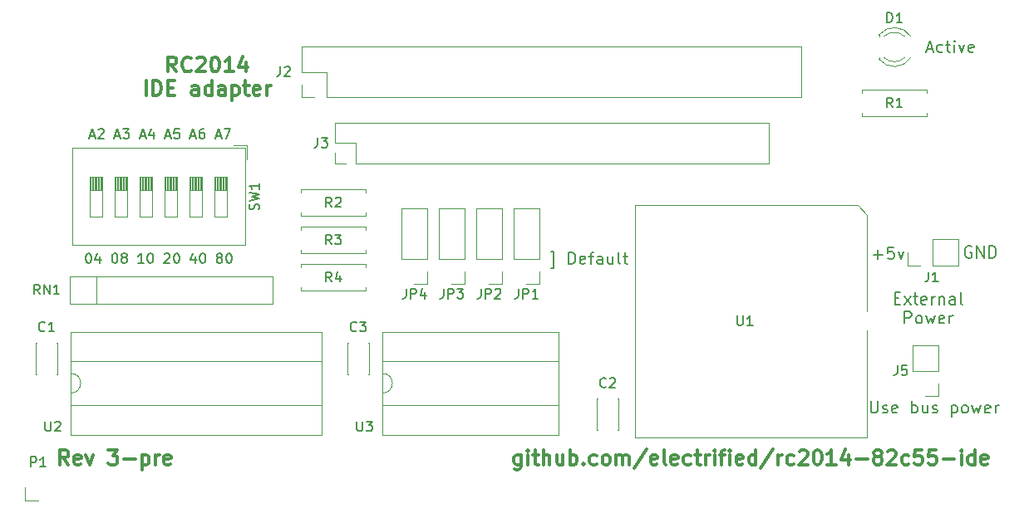
<source format=gbr>
%TF.GenerationSoftware,KiCad,Pcbnew,(6.0.6)*%
%TF.CreationDate,2022-07-25T23:07:27+01:00*%
%TF.ProjectId,rc2014-82c55-ide,72633230-3134-42d3-9832-6335352d6964,3-pre*%
%TF.SameCoordinates,Original*%
%TF.FileFunction,Legend,Top*%
%TF.FilePolarity,Positive*%
%FSLAX46Y46*%
G04 Gerber Fmt 4.6, Leading zero omitted, Abs format (unit mm)*
G04 Created by KiCad (PCBNEW (6.0.6)) date 2022-07-25 23:07:27*
%MOMM*%
%LPD*%
G01*
G04 APERTURE LIST*
%ADD10C,0.200000*%
%ADD11C,0.300000*%
%ADD12C,0.150000*%
%ADD13C,0.120000*%
G04 APERTURE END LIST*
D10*
X67104523Y-139152380D02*
X67199761Y-139152380D01*
X67295000Y-139200000D01*
X67342619Y-139247619D01*
X67390238Y-139342857D01*
X67437857Y-139533333D01*
X67437857Y-139771428D01*
X67390238Y-139961904D01*
X67342619Y-140057142D01*
X67295000Y-140104761D01*
X67199761Y-140152380D01*
X67104523Y-140152380D01*
X67009285Y-140104761D01*
X66961666Y-140057142D01*
X66914047Y-139961904D01*
X66866428Y-139771428D01*
X66866428Y-139533333D01*
X66914047Y-139342857D01*
X66961666Y-139247619D01*
X67009285Y-139200000D01*
X67104523Y-139152380D01*
X68295000Y-139485714D02*
X68295000Y-140152380D01*
X68056904Y-139104761D02*
X67818809Y-139819047D01*
X68437857Y-139819047D01*
X69771190Y-139152380D02*
X69866428Y-139152380D01*
X69961666Y-139200000D01*
X70009285Y-139247619D01*
X70056904Y-139342857D01*
X70104523Y-139533333D01*
X70104523Y-139771428D01*
X70056904Y-139961904D01*
X70009285Y-140057142D01*
X69961666Y-140104761D01*
X69866428Y-140152380D01*
X69771190Y-140152380D01*
X69675952Y-140104761D01*
X69628333Y-140057142D01*
X69580714Y-139961904D01*
X69533095Y-139771428D01*
X69533095Y-139533333D01*
X69580714Y-139342857D01*
X69628333Y-139247619D01*
X69675952Y-139200000D01*
X69771190Y-139152380D01*
X70675952Y-139580952D02*
X70580714Y-139533333D01*
X70533095Y-139485714D01*
X70485476Y-139390476D01*
X70485476Y-139342857D01*
X70533095Y-139247619D01*
X70580714Y-139200000D01*
X70675952Y-139152380D01*
X70866428Y-139152380D01*
X70961666Y-139200000D01*
X71009285Y-139247619D01*
X71056904Y-139342857D01*
X71056904Y-139390476D01*
X71009285Y-139485714D01*
X70961666Y-139533333D01*
X70866428Y-139580952D01*
X70675952Y-139580952D01*
X70580714Y-139628571D01*
X70533095Y-139676190D01*
X70485476Y-139771428D01*
X70485476Y-139961904D01*
X70533095Y-140057142D01*
X70580714Y-140104761D01*
X70675952Y-140152380D01*
X70866428Y-140152380D01*
X70961666Y-140104761D01*
X71009285Y-140057142D01*
X71056904Y-139961904D01*
X71056904Y-139771428D01*
X71009285Y-139676190D01*
X70961666Y-139628571D01*
X70866428Y-139580952D01*
X72771190Y-140152380D02*
X72199761Y-140152380D01*
X72485476Y-140152380D02*
X72485476Y-139152380D01*
X72390238Y-139295238D01*
X72295000Y-139390476D01*
X72199761Y-139438095D01*
X73390238Y-139152380D02*
X73485476Y-139152380D01*
X73580714Y-139200000D01*
X73628333Y-139247619D01*
X73675952Y-139342857D01*
X73723571Y-139533333D01*
X73723571Y-139771428D01*
X73675952Y-139961904D01*
X73628333Y-140057142D01*
X73580714Y-140104761D01*
X73485476Y-140152380D01*
X73390238Y-140152380D01*
X73295000Y-140104761D01*
X73247380Y-140057142D01*
X73199761Y-139961904D01*
X73152142Y-139771428D01*
X73152142Y-139533333D01*
X73199761Y-139342857D01*
X73247380Y-139247619D01*
X73295000Y-139200000D01*
X73390238Y-139152380D01*
X74866428Y-139247619D02*
X74914047Y-139200000D01*
X75009285Y-139152380D01*
X75247380Y-139152380D01*
X75342619Y-139200000D01*
X75390238Y-139247619D01*
X75437857Y-139342857D01*
X75437857Y-139438095D01*
X75390238Y-139580952D01*
X74818809Y-140152380D01*
X75437857Y-140152380D01*
X76056904Y-139152380D02*
X76152142Y-139152380D01*
X76247380Y-139200000D01*
X76295000Y-139247619D01*
X76342619Y-139342857D01*
X76390238Y-139533333D01*
X76390238Y-139771428D01*
X76342619Y-139961904D01*
X76295000Y-140057142D01*
X76247380Y-140104761D01*
X76152142Y-140152380D01*
X76056904Y-140152380D01*
X75961666Y-140104761D01*
X75914047Y-140057142D01*
X75866428Y-139961904D01*
X75818809Y-139771428D01*
X75818809Y-139533333D01*
X75866428Y-139342857D01*
X75914047Y-139247619D01*
X75961666Y-139200000D01*
X76056904Y-139152380D01*
X78009285Y-139485714D02*
X78009285Y-140152380D01*
X77771190Y-139104761D02*
X77533095Y-139819047D01*
X78152142Y-139819047D01*
X78723571Y-139152380D02*
X78818809Y-139152380D01*
X78914047Y-139200000D01*
X78961666Y-139247619D01*
X79009285Y-139342857D01*
X79056904Y-139533333D01*
X79056904Y-139771428D01*
X79009285Y-139961904D01*
X78961666Y-140057142D01*
X78914047Y-140104761D01*
X78818809Y-140152380D01*
X78723571Y-140152380D01*
X78628333Y-140104761D01*
X78580714Y-140057142D01*
X78533095Y-139961904D01*
X78485476Y-139771428D01*
X78485476Y-139533333D01*
X78533095Y-139342857D01*
X78580714Y-139247619D01*
X78628333Y-139200000D01*
X78723571Y-139152380D01*
X80390238Y-139580952D02*
X80295000Y-139533333D01*
X80247380Y-139485714D01*
X80199761Y-139390476D01*
X80199761Y-139342857D01*
X80247380Y-139247619D01*
X80295000Y-139200000D01*
X80390238Y-139152380D01*
X80580714Y-139152380D01*
X80675952Y-139200000D01*
X80723571Y-139247619D01*
X80771190Y-139342857D01*
X80771190Y-139390476D01*
X80723571Y-139485714D01*
X80675952Y-139533333D01*
X80580714Y-139580952D01*
X80390238Y-139580952D01*
X80295000Y-139628571D01*
X80247380Y-139676190D01*
X80199761Y-139771428D01*
X80199761Y-139961904D01*
X80247380Y-140057142D01*
X80295000Y-140104761D01*
X80390238Y-140152380D01*
X80580714Y-140152380D01*
X80675952Y-140104761D01*
X80723571Y-140057142D01*
X80771190Y-139961904D01*
X80771190Y-139771428D01*
X80723571Y-139676190D01*
X80675952Y-139628571D01*
X80580714Y-139580952D01*
X81390238Y-139152380D02*
X81485476Y-139152380D01*
X81580714Y-139200000D01*
X81628333Y-139247619D01*
X81675952Y-139342857D01*
X81723571Y-139533333D01*
X81723571Y-139771428D01*
X81675952Y-139961904D01*
X81628333Y-140057142D01*
X81580714Y-140104761D01*
X81485476Y-140152380D01*
X81390238Y-140152380D01*
X81295000Y-140104761D01*
X81247380Y-140057142D01*
X81199761Y-139961904D01*
X81152142Y-139771428D01*
X81152142Y-139533333D01*
X81199761Y-139342857D01*
X81247380Y-139247619D01*
X81295000Y-139200000D01*
X81390238Y-139152380D01*
X147104285Y-139277714D02*
X148018571Y-139277714D01*
X147561428Y-139734857D02*
X147561428Y-138820571D01*
X149161428Y-138534857D02*
X148590000Y-138534857D01*
X148532857Y-139106285D01*
X148590000Y-139049142D01*
X148704285Y-138992000D01*
X148990000Y-138992000D01*
X149104285Y-139049142D01*
X149161428Y-139106285D01*
X149218571Y-139220571D01*
X149218571Y-139506285D01*
X149161428Y-139620571D01*
X149104285Y-139677714D01*
X148990000Y-139734857D01*
X148704285Y-139734857D01*
X148590000Y-139677714D01*
X148532857Y-139620571D01*
X149618571Y-138934857D02*
X149904285Y-139734857D01*
X150190000Y-138934857D01*
X157073714Y-138465000D02*
X156959428Y-138407857D01*
X156788000Y-138407857D01*
X156616571Y-138465000D01*
X156502285Y-138579285D01*
X156445142Y-138693571D01*
X156388000Y-138922142D01*
X156388000Y-139093571D01*
X156445142Y-139322142D01*
X156502285Y-139436428D01*
X156616571Y-139550714D01*
X156788000Y-139607857D01*
X156902285Y-139607857D01*
X157073714Y-139550714D01*
X157130857Y-139493571D01*
X157130857Y-139093571D01*
X156902285Y-139093571D01*
X157645142Y-139607857D02*
X157645142Y-138407857D01*
X158330857Y-139607857D01*
X158330857Y-138407857D01*
X158902285Y-139607857D02*
X158902285Y-138407857D01*
X159188000Y-138407857D01*
X159359428Y-138465000D01*
X159473714Y-138579285D01*
X159530857Y-138693571D01*
X159588000Y-138922142D01*
X159588000Y-139093571D01*
X159530857Y-139322142D01*
X159473714Y-139436428D01*
X159359428Y-139550714D01*
X159188000Y-139607857D01*
X158902285Y-139607857D01*
X146835028Y-154232057D02*
X146835028Y-155203485D01*
X146892171Y-155317771D01*
X146949314Y-155374914D01*
X147063600Y-155432057D01*
X147292171Y-155432057D01*
X147406457Y-155374914D01*
X147463600Y-155317771D01*
X147520742Y-155203485D01*
X147520742Y-154232057D01*
X148035028Y-155374914D02*
X148149314Y-155432057D01*
X148377885Y-155432057D01*
X148492171Y-155374914D01*
X148549314Y-155260628D01*
X148549314Y-155203485D01*
X148492171Y-155089200D01*
X148377885Y-155032057D01*
X148206457Y-155032057D01*
X148092171Y-154974914D01*
X148035028Y-154860628D01*
X148035028Y-154803485D01*
X148092171Y-154689200D01*
X148206457Y-154632057D01*
X148377885Y-154632057D01*
X148492171Y-154689200D01*
X149520742Y-155374914D02*
X149406457Y-155432057D01*
X149177885Y-155432057D01*
X149063600Y-155374914D01*
X149006457Y-155260628D01*
X149006457Y-154803485D01*
X149063600Y-154689200D01*
X149177885Y-154632057D01*
X149406457Y-154632057D01*
X149520742Y-154689200D01*
X149577885Y-154803485D01*
X149577885Y-154917771D01*
X149006457Y-155032057D01*
X151006457Y-155432057D02*
X151006457Y-154232057D01*
X151006457Y-154689200D02*
X151120742Y-154632057D01*
X151349314Y-154632057D01*
X151463600Y-154689200D01*
X151520742Y-154746342D01*
X151577885Y-154860628D01*
X151577885Y-155203485D01*
X151520742Y-155317771D01*
X151463600Y-155374914D01*
X151349314Y-155432057D01*
X151120742Y-155432057D01*
X151006457Y-155374914D01*
X152606457Y-154632057D02*
X152606457Y-155432057D01*
X152092171Y-154632057D02*
X152092171Y-155260628D01*
X152149314Y-155374914D01*
X152263600Y-155432057D01*
X152435028Y-155432057D01*
X152549314Y-155374914D01*
X152606457Y-155317771D01*
X153120742Y-155374914D02*
X153235028Y-155432057D01*
X153463600Y-155432057D01*
X153577885Y-155374914D01*
X153635028Y-155260628D01*
X153635028Y-155203485D01*
X153577885Y-155089200D01*
X153463600Y-155032057D01*
X153292171Y-155032057D01*
X153177885Y-154974914D01*
X153120742Y-154860628D01*
X153120742Y-154803485D01*
X153177885Y-154689200D01*
X153292171Y-154632057D01*
X153463600Y-154632057D01*
X153577885Y-154689200D01*
X155063600Y-154632057D02*
X155063600Y-155832057D01*
X155063600Y-154689200D02*
X155177885Y-154632057D01*
X155406457Y-154632057D01*
X155520742Y-154689200D01*
X155577885Y-154746342D01*
X155635028Y-154860628D01*
X155635028Y-155203485D01*
X155577885Y-155317771D01*
X155520742Y-155374914D01*
X155406457Y-155432057D01*
X155177885Y-155432057D01*
X155063600Y-155374914D01*
X156320742Y-155432057D02*
X156206457Y-155374914D01*
X156149314Y-155317771D01*
X156092171Y-155203485D01*
X156092171Y-154860628D01*
X156149314Y-154746342D01*
X156206457Y-154689200D01*
X156320742Y-154632057D01*
X156492171Y-154632057D01*
X156606457Y-154689200D01*
X156663600Y-154746342D01*
X156720742Y-154860628D01*
X156720742Y-155203485D01*
X156663600Y-155317771D01*
X156606457Y-155374914D01*
X156492171Y-155432057D01*
X156320742Y-155432057D01*
X157120742Y-154632057D02*
X157349314Y-155432057D01*
X157577885Y-154860628D01*
X157806457Y-155432057D01*
X158035028Y-154632057D01*
X158949314Y-155374914D02*
X158835028Y-155432057D01*
X158606457Y-155432057D01*
X158492171Y-155374914D01*
X158435028Y-155260628D01*
X158435028Y-154803485D01*
X158492171Y-154689200D01*
X158606457Y-154632057D01*
X158835028Y-154632057D01*
X158949314Y-154689200D01*
X159006457Y-154803485D01*
X159006457Y-154917771D01*
X158435028Y-155032057D01*
X159520742Y-155432057D02*
X159520742Y-154632057D01*
X159520742Y-154860628D02*
X159577885Y-154746342D01*
X159635028Y-154689200D01*
X159749314Y-154632057D01*
X159863600Y-154632057D01*
D11*
X65100000Y-160698571D02*
X64600000Y-159984285D01*
X64242857Y-160698571D02*
X64242857Y-159198571D01*
X64814285Y-159198571D01*
X64957142Y-159270000D01*
X65028571Y-159341428D01*
X65100000Y-159484285D01*
X65100000Y-159698571D01*
X65028571Y-159841428D01*
X64957142Y-159912857D01*
X64814285Y-159984285D01*
X64242857Y-159984285D01*
X66314285Y-160627142D02*
X66171428Y-160698571D01*
X65885714Y-160698571D01*
X65742857Y-160627142D01*
X65671428Y-160484285D01*
X65671428Y-159912857D01*
X65742857Y-159770000D01*
X65885714Y-159698571D01*
X66171428Y-159698571D01*
X66314285Y-159770000D01*
X66385714Y-159912857D01*
X66385714Y-160055714D01*
X65671428Y-160198571D01*
X66885714Y-159698571D02*
X67242857Y-160698571D01*
X67600000Y-159698571D01*
X69171428Y-159198571D02*
X70100000Y-159198571D01*
X69600000Y-159770000D01*
X69814285Y-159770000D01*
X69957142Y-159841428D01*
X70028571Y-159912857D01*
X70100000Y-160055714D01*
X70100000Y-160412857D01*
X70028571Y-160555714D01*
X69957142Y-160627142D01*
X69814285Y-160698571D01*
X69385714Y-160698571D01*
X69242857Y-160627142D01*
X69171428Y-160555714D01*
X70742857Y-160127142D02*
X71885714Y-160127142D01*
X72600000Y-159698571D02*
X72600000Y-161198571D01*
X72600000Y-159770000D02*
X72742857Y-159698571D01*
X73028571Y-159698571D01*
X73171428Y-159770000D01*
X73242857Y-159841428D01*
X73314285Y-159984285D01*
X73314285Y-160412857D01*
X73242857Y-160555714D01*
X73171428Y-160627142D01*
X73028571Y-160698571D01*
X72742857Y-160698571D01*
X72600000Y-160627142D01*
X73957142Y-160698571D02*
X73957142Y-159698571D01*
X73957142Y-159984285D02*
X74028571Y-159841428D01*
X74100000Y-159770000D01*
X74242857Y-159698571D01*
X74385714Y-159698571D01*
X75457142Y-160627142D02*
X75314285Y-160698571D01*
X75028571Y-160698571D01*
X74885714Y-160627142D01*
X74814285Y-160484285D01*
X74814285Y-159912857D01*
X74885714Y-159770000D01*
X75028571Y-159698571D01*
X75314285Y-159698571D01*
X75457142Y-159770000D01*
X75528571Y-159912857D01*
X75528571Y-160055714D01*
X74814285Y-160198571D01*
D10*
X114224285Y-140642857D02*
X114510000Y-140642857D01*
X114510000Y-138928571D01*
X114224285Y-138928571D01*
X116052857Y-140242857D02*
X116052857Y-139042857D01*
X116338571Y-139042857D01*
X116510000Y-139100000D01*
X116624285Y-139214285D01*
X116681428Y-139328571D01*
X116738571Y-139557142D01*
X116738571Y-139728571D01*
X116681428Y-139957142D01*
X116624285Y-140071428D01*
X116510000Y-140185714D01*
X116338571Y-140242857D01*
X116052857Y-140242857D01*
X117710000Y-140185714D02*
X117595714Y-140242857D01*
X117367142Y-140242857D01*
X117252857Y-140185714D01*
X117195714Y-140071428D01*
X117195714Y-139614285D01*
X117252857Y-139500000D01*
X117367142Y-139442857D01*
X117595714Y-139442857D01*
X117710000Y-139500000D01*
X117767142Y-139614285D01*
X117767142Y-139728571D01*
X117195714Y-139842857D01*
X118110000Y-139442857D02*
X118567142Y-139442857D01*
X118281428Y-140242857D02*
X118281428Y-139214285D01*
X118338571Y-139100000D01*
X118452857Y-139042857D01*
X118567142Y-139042857D01*
X119481428Y-140242857D02*
X119481428Y-139614285D01*
X119424285Y-139500000D01*
X119310000Y-139442857D01*
X119081428Y-139442857D01*
X118967142Y-139500000D01*
X119481428Y-140185714D02*
X119367142Y-140242857D01*
X119081428Y-140242857D01*
X118967142Y-140185714D01*
X118910000Y-140071428D01*
X118910000Y-139957142D01*
X118967142Y-139842857D01*
X119081428Y-139785714D01*
X119367142Y-139785714D01*
X119481428Y-139728571D01*
X120567142Y-139442857D02*
X120567142Y-140242857D01*
X120052857Y-139442857D02*
X120052857Y-140071428D01*
X120110000Y-140185714D01*
X120224285Y-140242857D01*
X120395714Y-140242857D01*
X120510000Y-140185714D01*
X120567142Y-140128571D01*
X121310000Y-140242857D02*
X121195714Y-140185714D01*
X121138571Y-140071428D01*
X121138571Y-139042857D01*
X121595714Y-139442857D02*
X122052857Y-139442857D01*
X121767142Y-139042857D02*
X121767142Y-140071428D01*
X121824285Y-140185714D01*
X121938571Y-140242857D01*
X122052857Y-140242857D01*
D11*
X111191428Y-159698571D02*
X111191428Y-160912857D01*
X111120000Y-161055714D01*
X111048571Y-161127142D01*
X110905714Y-161198571D01*
X110691428Y-161198571D01*
X110548571Y-161127142D01*
X111191428Y-160627142D02*
X111048571Y-160698571D01*
X110762857Y-160698571D01*
X110620000Y-160627142D01*
X110548571Y-160555714D01*
X110477142Y-160412857D01*
X110477142Y-159984285D01*
X110548571Y-159841428D01*
X110620000Y-159770000D01*
X110762857Y-159698571D01*
X111048571Y-159698571D01*
X111191428Y-159770000D01*
X111905714Y-160698571D02*
X111905714Y-159698571D01*
X111905714Y-159198571D02*
X111834285Y-159270000D01*
X111905714Y-159341428D01*
X111977142Y-159270000D01*
X111905714Y-159198571D01*
X111905714Y-159341428D01*
X112405714Y-159698571D02*
X112977142Y-159698571D01*
X112620000Y-159198571D02*
X112620000Y-160484285D01*
X112691428Y-160627142D01*
X112834285Y-160698571D01*
X112977142Y-160698571D01*
X113477142Y-160698571D02*
X113477142Y-159198571D01*
X114120000Y-160698571D02*
X114120000Y-159912857D01*
X114048571Y-159770000D01*
X113905714Y-159698571D01*
X113691428Y-159698571D01*
X113548571Y-159770000D01*
X113477142Y-159841428D01*
X115477142Y-159698571D02*
X115477142Y-160698571D01*
X114834285Y-159698571D02*
X114834285Y-160484285D01*
X114905714Y-160627142D01*
X115048571Y-160698571D01*
X115262857Y-160698571D01*
X115405714Y-160627142D01*
X115477142Y-160555714D01*
X116191428Y-160698571D02*
X116191428Y-159198571D01*
X116191428Y-159770000D02*
X116334285Y-159698571D01*
X116620000Y-159698571D01*
X116762857Y-159770000D01*
X116834285Y-159841428D01*
X116905714Y-159984285D01*
X116905714Y-160412857D01*
X116834285Y-160555714D01*
X116762857Y-160627142D01*
X116620000Y-160698571D01*
X116334285Y-160698571D01*
X116191428Y-160627142D01*
X117548571Y-160555714D02*
X117620000Y-160627142D01*
X117548571Y-160698571D01*
X117477142Y-160627142D01*
X117548571Y-160555714D01*
X117548571Y-160698571D01*
X118905714Y-160627142D02*
X118762857Y-160698571D01*
X118477142Y-160698571D01*
X118334285Y-160627142D01*
X118262857Y-160555714D01*
X118191428Y-160412857D01*
X118191428Y-159984285D01*
X118262857Y-159841428D01*
X118334285Y-159770000D01*
X118477142Y-159698571D01*
X118762857Y-159698571D01*
X118905714Y-159770000D01*
X119762857Y-160698571D02*
X119620000Y-160627142D01*
X119548571Y-160555714D01*
X119477142Y-160412857D01*
X119477142Y-159984285D01*
X119548571Y-159841428D01*
X119620000Y-159770000D01*
X119762857Y-159698571D01*
X119977142Y-159698571D01*
X120120000Y-159770000D01*
X120191428Y-159841428D01*
X120262857Y-159984285D01*
X120262857Y-160412857D01*
X120191428Y-160555714D01*
X120120000Y-160627142D01*
X119977142Y-160698571D01*
X119762857Y-160698571D01*
X120905714Y-160698571D02*
X120905714Y-159698571D01*
X120905714Y-159841428D02*
X120977142Y-159770000D01*
X121120000Y-159698571D01*
X121334285Y-159698571D01*
X121477142Y-159770000D01*
X121548571Y-159912857D01*
X121548571Y-160698571D01*
X121548571Y-159912857D02*
X121620000Y-159770000D01*
X121762857Y-159698571D01*
X121977142Y-159698571D01*
X122120000Y-159770000D01*
X122191428Y-159912857D01*
X122191428Y-160698571D01*
X123977142Y-159127142D02*
X122691428Y-161055714D01*
X125048571Y-160627142D02*
X124905714Y-160698571D01*
X124620000Y-160698571D01*
X124477142Y-160627142D01*
X124405714Y-160484285D01*
X124405714Y-159912857D01*
X124477142Y-159770000D01*
X124620000Y-159698571D01*
X124905714Y-159698571D01*
X125048571Y-159770000D01*
X125120000Y-159912857D01*
X125120000Y-160055714D01*
X124405714Y-160198571D01*
X125977142Y-160698571D02*
X125834285Y-160627142D01*
X125762857Y-160484285D01*
X125762857Y-159198571D01*
X127120000Y-160627142D02*
X126977142Y-160698571D01*
X126691428Y-160698571D01*
X126548571Y-160627142D01*
X126477142Y-160484285D01*
X126477142Y-159912857D01*
X126548571Y-159770000D01*
X126691428Y-159698571D01*
X126977142Y-159698571D01*
X127120000Y-159770000D01*
X127191428Y-159912857D01*
X127191428Y-160055714D01*
X126477142Y-160198571D01*
X128477142Y-160627142D02*
X128334285Y-160698571D01*
X128048571Y-160698571D01*
X127905714Y-160627142D01*
X127834285Y-160555714D01*
X127762857Y-160412857D01*
X127762857Y-159984285D01*
X127834285Y-159841428D01*
X127905714Y-159770000D01*
X128048571Y-159698571D01*
X128334285Y-159698571D01*
X128477142Y-159770000D01*
X128905714Y-159698571D02*
X129477142Y-159698571D01*
X129120000Y-159198571D02*
X129120000Y-160484285D01*
X129191428Y-160627142D01*
X129334285Y-160698571D01*
X129477142Y-160698571D01*
X129977142Y-160698571D02*
X129977142Y-159698571D01*
X129977142Y-159984285D02*
X130048571Y-159841428D01*
X130120000Y-159770000D01*
X130262857Y-159698571D01*
X130405714Y-159698571D01*
X130905714Y-160698571D02*
X130905714Y-159698571D01*
X130905714Y-159198571D02*
X130834285Y-159270000D01*
X130905714Y-159341428D01*
X130977142Y-159270000D01*
X130905714Y-159198571D01*
X130905714Y-159341428D01*
X131405714Y-159698571D02*
X131977142Y-159698571D01*
X131620000Y-160698571D02*
X131620000Y-159412857D01*
X131691428Y-159270000D01*
X131834285Y-159198571D01*
X131977142Y-159198571D01*
X132477142Y-160698571D02*
X132477142Y-159698571D01*
X132477142Y-159198571D02*
X132405714Y-159270000D01*
X132477142Y-159341428D01*
X132548571Y-159270000D01*
X132477142Y-159198571D01*
X132477142Y-159341428D01*
X133762857Y-160627142D02*
X133620000Y-160698571D01*
X133334285Y-160698571D01*
X133191428Y-160627142D01*
X133120000Y-160484285D01*
X133120000Y-159912857D01*
X133191428Y-159770000D01*
X133334285Y-159698571D01*
X133620000Y-159698571D01*
X133762857Y-159770000D01*
X133834285Y-159912857D01*
X133834285Y-160055714D01*
X133120000Y-160198571D01*
X135120000Y-160698571D02*
X135120000Y-159198571D01*
X135120000Y-160627142D02*
X134977142Y-160698571D01*
X134691428Y-160698571D01*
X134548571Y-160627142D01*
X134477142Y-160555714D01*
X134405714Y-160412857D01*
X134405714Y-159984285D01*
X134477142Y-159841428D01*
X134548571Y-159770000D01*
X134691428Y-159698571D01*
X134977142Y-159698571D01*
X135120000Y-159770000D01*
X136905714Y-159127142D02*
X135620000Y-161055714D01*
X137405714Y-160698571D02*
X137405714Y-159698571D01*
X137405714Y-159984285D02*
X137477142Y-159841428D01*
X137548571Y-159770000D01*
X137691428Y-159698571D01*
X137834285Y-159698571D01*
X138977142Y-160627142D02*
X138834285Y-160698571D01*
X138548571Y-160698571D01*
X138405714Y-160627142D01*
X138334285Y-160555714D01*
X138262857Y-160412857D01*
X138262857Y-159984285D01*
X138334285Y-159841428D01*
X138405714Y-159770000D01*
X138548571Y-159698571D01*
X138834285Y-159698571D01*
X138977142Y-159770000D01*
X139548571Y-159341428D02*
X139620000Y-159270000D01*
X139762857Y-159198571D01*
X140120000Y-159198571D01*
X140262857Y-159270000D01*
X140334285Y-159341428D01*
X140405714Y-159484285D01*
X140405714Y-159627142D01*
X140334285Y-159841428D01*
X139477142Y-160698571D01*
X140405714Y-160698571D01*
X141334285Y-159198571D02*
X141477142Y-159198571D01*
X141620000Y-159270000D01*
X141691428Y-159341428D01*
X141762857Y-159484285D01*
X141834285Y-159770000D01*
X141834285Y-160127142D01*
X141762857Y-160412857D01*
X141691428Y-160555714D01*
X141620000Y-160627142D01*
X141477142Y-160698571D01*
X141334285Y-160698571D01*
X141191428Y-160627142D01*
X141120000Y-160555714D01*
X141048571Y-160412857D01*
X140977142Y-160127142D01*
X140977142Y-159770000D01*
X141048571Y-159484285D01*
X141120000Y-159341428D01*
X141191428Y-159270000D01*
X141334285Y-159198571D01*
X143262857Y-160698571D02*
X142405714Y-160698571D01*
X142834285Y-160698571D02*
X142834285Y-159198571D01*
X142691428Y-159412857D01*
X142548571Y-159555714D01*
X142405714Y-159627142D01*
X144548571Y-159698571D02*
X144548571Y-160698571D01*
X144191428Y-159127142D02*
X143834285Y-160198571D01*
X144762857Y-160198571D01*
X145334285Y-160127142D02*
X146477142Y-160127142D01*
X147405714Y-159841428D02*
X147262857Y-159770000D01*
X147191428Y-159698571D01*
X147120000Y-159555714D01*
X147120000Y-159484285D01*
X147191428Y-159341428D01*
X147262857Y-159270000D01*
X147405714Y-159198571D01*
X147691428Y-159198571D01*
X147834285Y-159270000D01*
X147905714Y-159341428D01*
X147977142Y-159484285D01*
X147977142Y-159555714D01*
X147905714Y-159698571D01*
X147834285Y-159770000D01*
X147691428Y-159841428D01*
X147405714Y-159841428D01*
X147262857Y-159912857D01*
X147191428Y-159984285D01*
X147120000Y-160127142D01*
X147120000Y-160412857D01*
X147191428Y-160555714D01*
X147262857Y-160627142D01*
X147405714Y-160698571D01*
X147691428Y-160698571D01*
X147834285Y-160627142D01*
X147905714Y-160555714D01*
X147977142Y-160412857D01*
X147977142Y-160127142D01*
X147905714Y-159984285D01*
X147834285Y-159912857D01*
X147691428Y-159841428D01*
X148548571Y-159341428D02*
X148620000Y-159270000D01*
X148762857Y-159198571D01*
X149120000Y-159198571D01*
X149262857Y-159270000D01*
X149334285Y-159341428D01*
X149405714Y-159484285D01*
X149405714Y-159627142D01*
X149334285Y-159841428D01*
X148477142Y-160698571D01*
X149405714Y-160698571D01*
X150691428Y-160627142D02*
X150548571Y-160698571D01*
X150262857Y-160698571D01*
X150120000Y-160627142D01*
X150048571Y-160555714D01*
X149977142Y-160412857D01*
X149977142Y-159984285D01*
X150048571Y-159841428D01*
X150120000Y-159770000D01*
X150262857Y-159698571D01*
X150548571Y-159698571D01*
X150691428Y-159770000D01*
X152048571Y-159198571D02*
X151334285Y-159198571D01*
X151262857Y-159912857D01*
X151334285Y-159841428D01*
X151477142Y-159770000D01*
X151834285Y-159770000D01*
X151977142Y-159841428D01*
X152048571Y-159912857D01*
X152120000Y-160055714D01*
X152120000Y-160412857D01*
X152048571Y-160555714D01*
X151977142Y-160627142D01*
X151834285Y-160698571D01*
X151477142Y-160698571D01*
X151334285Y-160627142D01*
X151262857Y-160555714D01*
X153477142Y-159198571D02*
X152762857Y-159198571D01*
X152691428Y-159912857D01*
X152762857Y-159841428D01*
X152905714Y-159770000D01*
X153262857Y-159770000D01*
X153405714Y-159841428D01*
X153477142Y-159912857D01*
X153548571Y-160055714D01*
X153548571Y-160412857D01*
X153477142Y-160555714D01*
X153405714Y-160627142D01*
X153262857Y-160698571D01*
X152905714Y-160698571D01*
X152762857Y-160627142D01*
X152691428Y-160555714D01*
X154191428Y-160127142D02*
X155334285Y-160127142D01*
X156048571Y-160698571D02*
X156048571Y-159698571D01*
X156048571Y-159198571D02*
X155977142Y-159270000D01*
X156048571Y-159341428D01*
X156120000Y-159270000D01*
X156048571Y-159198571D01*
X156048571Y-159341428D01*
X157405714Y-160698571D02*
X157405714Y-159198571D01*
X157405714Y-160627142D02*
X157262857Y-160698571D01*
X156977142Y-160698571D01*
X156834285Y-160627142D01*
X156762857Y-160555714D01*
X156691428Y-160412857D01*
X156691428Y-159984285D01*
X156762857Y-159841428D01*
X156834285Y-159770000D01*
X156977142Y-159698571D01*
X157262857Y-159698571D01*
X157405714Y-159770000D01*
X158691428Y-160627142D02*
X158548571Y-160698571D01*
X158262857Y-160698571D01*
X158120000Y-160627142D01*
X158048571Y-160484285D01*
X158048571Y-159912857D01*
X158120000Y-159770000D01*
X158262857Y-159698571D01*
X158548571Y-159698571D01*
X158691428Y-159770000D01*
X158762857Y-159912857D01*
X158762857Y-160055714D01*
X158048571Y-160198571D01*
D10*
X67279142Y-127166666D02*
X67755333Y-127166666D01*
X67183904Y-127452380D02*
X67517238Y-126452380D01*
X67850571Y-127452380D01*
X68136285Y-126547619D02*
X68183904Y-126500000D01*
X68279142Y-126452380D01*
X68517238Y-126452380D01*
X68612476Y-126500000D01*
X68660095Y-126547619D01*
X68707714Y-126642857D01*
X68707714Y-126738095D01*
X68660095Y-126880952D01*
X68088666Y-127452380D01*
X68707714Y-127452380D01*
X69850571Y-127166666D02*
X70326761Y-127166666D01*
X69755333Y-127452380D02*
X70088666Y-126452380D01*
X70422000Y-127452380D01*
X70660095Y-126452380D02*
X71279142Y-126452380D01*
X70945809Y-126833333D01*
X71088666Y-126833333D01*
X71183904Y-126880952D01*
X71231523Y-126928571D01*
X71279142Y-127023809D01*
X71279142Y-127261904D01*
X71231523Y-127357142D01*
X71183904Y-127404761D01*
X71088666Y-127452380D01*
X70802952Y-127452380D01*
X70707714Y-127404761D01*
X70660095Y-127357142D01*
X72422000Y-127166666D02*
X72898190Y-127166666D01*
X72326761Y-127452380D02*
X72660095Y-126452380D01*
X72993428Y-127452380D01*
X73755333Y-126785714D02*
X73755333Y-127452380D01*
X73517238Y-126404761D02*
X73279142Y-127119047D01*
X73898190Y-127119047D01*
X74993428Y-127166666D02*
X75469619Y-127166666D01*
X74898190Y-127452380D02*
X75231523Y-126452380D01*
X75564857Y-127452380D01*
X76374380Y-126452380D02*
X75898190Y-126452380D01*
X75850571Y-126928571D01*
X75898190Y-126880952D01*
X75993428Y-126833333D01*
X76231523Y-126833333D01*
X76326761Y-126880952D01*
X76374380Y-126928571D01*
X76422000Y-127023809D01*
X76422000Y-127261904D01*
X76374380Y-127357142D01*
X76326761Y-127404761D01*
X76231523Y-127452380D01*
X75993428Y-127452380D01*
X75898190Y-127404761D01*
X75850571Y-127357142D01*
X77564857Y-127166666D02*
X78041047Y-127166666D01*
X77469619Y-127452380D02*
X77802952Y-126452380D01*
X78136285Y-127452380D01*
X78898190Y-126452380D02*
X78707714Y-126452380D01*
X78612476Y-126500000D01*
X78564857Y-126547619D01*
X78469619Y-126690476D01*
X78422000Y-126880952D01*
X78422000Y-127261904D01*
X78469619Y-127357142D01*
X78517238Y-127404761D01*
X78612476Y-127452380D01*
X78802952Y-127452380D01*
X78898190Y-127404761D01*
X78945809Y-127357142D01*
X78993428Y-127261904D01*
X78993428Y-127023809D01*
X78945809Y-126928571D01*
X78898190Y-126880952D01*
X78802952Y-126833333D01*
X78612476Y-126833333D01*
X78517238Y-126880952D01*
X78469619Y-126928571D01*
X78422000Y-127023809D01*
X80136285Y-127166666D02*
X80612476Y-127166666D01*
X80041047Y-127452380D02*
X80374380Y-126452380D01*
X80707714Y-127452380D01*
X80945809Y-126452380D02*
X81612476Y-126452380D01*
X81183904Y-127452380D01*
X149282571Y-143728285D02*
X149682571Y-143728285D01*
X149854000Y-144356857D02*
X149282571Y-144356857D01*
X149282571Y-143156857D01*
X149854000Y-143156857D01*
X150254000Y-144356857D02*
X150882571Y-143556857D01*
X150254000Y-143556857D02*
X150882571Y-144356857D01*
X151168285Y-143556857D02*
X151625428Y-143556857D01*
X151339714Y-143156857D02*
X151339714Y-144185428D01*
X151396857Y-144299714D01*
X151511142Y-144356857D01*
X151625428Y-144356857D01*
X152482571Y-144299714D02*
X152368285Y-144356857D01*
X152139714Y-144356857D01*
X152025428Y-144299714D01*
X151968285Y-144185428D01*
X151968285Y-143728285D01*
X152025428Y-143614000D01*
X152139714Y-143556857D01*
X152368285Y-143556857D01*
X152482571Y-143614000D01*
X152539714Y-143728285D01*
X152539714Y-143842571D01*
X151968285Y-143956857D01*
X153054000Y-144356857D02*
X153054000Y-143556857D01*
X153054000Y-143785428D02*
X153111142Y-143671142D01*
X153168285Y-143614000D01*
X153282571Y-143556857D01*
X153396857Y-143556857D01*
X153796857Y-143556857D02*
X153796857Y-144356857D01*
X153796857Y-143671142D02*
X153854000Y-143614000D01*
X153968285Y-143556857D01*
X154139714Y-143556857D01*
X154254000Y-143614000D01*
X154311142Y-143728285D01*
X154311142Y-144356857D01*
X155396857Y-144356857D02*
X155396857Y-143728285D01*
X155339714Y-143614000D01*
X155225428Y-143556857D01*
X154996857Y-143556857D01*
X154882571Y-143614000D01*
X155396857Y-144299714D02*
X155282571Y-144356857D01*
X154996857Y-144356857D01*
X154882571Y-144299714D01*
X154825428Y-144185428D01*
X154825428Y-144071142D01*
X154882571Y-143956857D01*
X154996857Y-143899714D01*
X155282571Y-143899714D01*
X155396857Y-143842571D01*
X156139714Y-144356857D02*
X156025428Y-144299714D01*
X155968285Y-144185428D01*
X155968285Y-143156857D01*
X150282571Y-146288857D02*
X150282571Y-145088857D01*
X150739714Y-145088857D01*
X150854000Y-145146000D01*
X150911142Y-145203142D01*
X150968285Y-145317428D01*
X150968285Y-145488857D01*
X150911142Y-145603142D01*
X150854000Y-145660285D01*
X150739714Y-145717428D01*
X150282571Y-145717428D01*
X151654000Y-146288857D02*
X151539714Y-146231714D01*
X151482571Y-146174571D01*
X151425428Y-146060285D01*
X151425428Y-145717428D01*
X151482571Y-145603142D01*
X151539714Y-145546000D01*
X151654000Y-145488857D01*
X151825428Y-145488857D01*
X151939714Y-145546000D01*
X151996857Y-145603142D01*
X152054000Y-145717428D01*
X152054000Y-146060285D01*
X151996857Y-146174571D01*
X151939714Y-146231714D01*
X151825428Y-146288857D01*
X151654000Y-146288857D01*
X152454000Y-145488857D02*
X152682571Y-146288857D01*
X152911142Y-145717428D01*
X153139714Y-146288857D01*
X153368285Y-145488857D01*
X154282571Y-146231714D02*
X154168285Y-146288857D01*
X153939714Y-146288857D01*
X153825428Y-146231714D01*
X153768285Y-146117428D01*
X153768285Y-145660285D01*
X153825428Y-145546000D01*
X153939714Y-145488857D01*
X154168285Y-145488857D01*
X154282571Y-145546000D01*
X154339714Y-145660285D01*
X154339714Y-145774571D01*
X153768285Y-145888857D01*
X154854000Y-146288857D02*
X154854000Y-145488857D01*
X154854000Y-145717428D02*
X154911142Y-145603142D01*
X154968285Y-145546000D01*
X155082571Y-145488857D01*
X155196857Y-145488857D01*
D11*
X76105142Y-120629071D02*
X75605142Y-119914785D01*
X75248000Y-120629071D02*
X75248000Y-119129071D01*
X75819428Y-119129071D01*
X75962285Y-119200500D01*
X76033714Y-119271928D01*
X76105142Y-119414785D01*
X76105142Y-119629071D01*
X76033714Y-119771928D01*
X75962285Y-119843357D01*
X75819428Y-119914785D01*
X75248000Y-119914785D01*
X77605142Y-120486214D02*
X77533714Y-120557642D01*
X77319428Y-120629071D01*
X77176571Y-120629071D01*
X76962285Y-120557642D01*
X76819428Y-120414785D01*
X76748000Y-120271928D01*
X76676571Y-119986214D01*
X76676571Y-119771928D01*
X76748000Y-119486214D01*
X76819428Y-119343357D01*
X76962285Y-119200500D01*
X77176571Y-119129071D01*
X77319428Y-119129071D01*
X77533714Y-119200500D01*
X77605142Y-119271928D01*
X78176571Y-119271928D02*
X78248000Y-119200500D01*
X78390857Y-119129071D01*
X78748000Y-119129071D01*
X78890857Y-119200500D01*
X78962285Y-119271928D01*
X79033714Y-119414785D01*
X79033714Y-119557642D01*
X78962285Y-119771928D01*
X78105142Y-120629071D01*
X79033714Y-120629071D01*
X79962285Y-119129071D02*
X80105142Y-119129071D01*
X80248000Y-119200500D01*
X80319428Y-119271928D01*
X80390857Y-119414785D01*
X80462285Y-119700500D01*
X80462285Y-120057642D01*
X80390857Y-120343357D01*
X80319428Y-120486214D01*
X80248000Y-120557642D01*
X80105142Y-120629071D01*
X79962285Y-120629071D01*
X79819428Y-120557642D01*
X79748000Y-120486214D01*
X79676571Y-120343357D01*
X79605142Y-120057642D01*
X79605142Y-119700500D01*
X79676571Y-119414785D01*
X79748000Y-119271928D01*
X79819428Y-119200500D01*
X79962285Y-119129071D01*
X81890857Y-120629071D02*
X81033714Y-120629071D01*
X81462285Y-120629071D02*
X81462285Y-119129071D01*
X81319428Y-119343357D01*
X81176571Y-119486214D01*
X81033714Y-119557642D01*
X83176571Y-119629071D02*
X83176571Y-120629071D01*
X82819428Y-119057642D02*
X82462285Y-120129071D01*
X83390857Y-120129071D01*
X72998000Y-123044071D02*
X72998000Y-121544071D01*
X73712285Y-123044071D02*
X73712285Y-121544071D01*
X74069428Y-121544071D01*
X74283714Y-121615500D01*
X74426571Y-121758357D01*
X74498000Y-121901214D01*
X74569428Y-122186928D01*
X74569428Y-122401214D01*
X74498000Y-122686928D01*
X74426571Y-122829785D01*
X74283714Y-122972642D01*
X74069428Y-123044071D01*
X73712285Y-123044071D01*
X75212285Y-122258357D02*
X75712285Y-122258357D01*
X75926571Y-123044071D02*
X75212285Y-123044071D01*
X75212285Y-121544071D01*
X75926571Y-121544071D01*
X78355142Y-123044071D02*
X78355142Y-122258357D01*
X78283714Y-122115500D01*
X78140857Y-122044071D01*
X77855142Y-122044071D01*
X77712285Y-122115500D01*
X78355142Y-122972642D02*
X78212285Y-123044071D01*
X77855142Y-123044071D01*
X77712285Y-122972642D01*
X77640857Y-122829785D01*
X77640857Y-122686928D01*
X77712285Y-122544071D01*
X77855142Y-122472642D01*
X78212285Y-122472642D01*
X78355142Y-122401214D01*
X79712285Y-123044071D02*
X79712285Y-121544071D01*
X79712285Y-122972642D02*
X79569428Y-123044071D01*
X79283714Y-123044071D01*
X79140857Y-122972642D01*
X79069428Y-122901214D01*
X78998000Y-122758357D01*
X78998000Y-122329785D01*
X79069428Y-122186928D01*
X79140857Y-122115500D01*
X79283714Y-122044071D01*
X79569428Y-122044071D01*
X79712285Y-122115500D01*
X81069428Y-123044071D02*
X81069428Y-122258357D01*
X80998000Y-122115500D01*
X80855142Y-122044071D01*
X80569428Y-122044071D01*
X80426571Y-122115500D01*
X81069428Y-122972642D02*
X80926571Y-123044071D01*
X80569428Y-123044071D01*
X80426571Y-122972642D01*
X80355142Y-122829785D01*
X80355142Y-122686928D01*
X80426571Y-122544071D01*
X80569428Y-122472642D01*
X80926571Y-122472642D01*
X81069428Y-122401214D01*
X81783714Y-122044071D02*
X81783714Y-123544071D01*
X81783714Y-122115500D02*
X81926571Y-122044071D01*
X82212285Y-122044071D01*
X82355142Y-122115500D01*
X82426571Y-122186928D01*
X82498000Y-122329785D01*
X82498000Y-122758357D01*
X82426571Y-122901214D01*
X82355142Y-122972642D01*
X82212285Y-123044071D01*
X81926571Y-123044071D01*
X81783714Y-122972642D01*
X82926571Y-122044071D02*
X83498000Y-122044071D01*
X83140857Y-121544071D02*
X83140857Y-122829785D01*
X83212285Y-122972642D01*
X83355142Y-123044071D01*
X83498000Y-123044071D01*
X84569428Y-122972642D02*
X84426571Y-123044071D01*
X84140857Y-123044071D01*
X83998000Y-122972642D01*
X83926571Y-122829785D01*
X83926571Y-122258357D01*
X83998000Y-122115500D01*
X84140857Y-122044071D01*
X84426571Y-122044071D01*
X84569428Y-122115500D01*
X84640857Y-122258357D01*
X84640857Y-122401214D01*
X83926571Y-122544071D01*
X85283714Y-123044071D02*
X85283714Y-122044071D01*
X85283714Y-122329785D02*
X85355142Y-122186928D01*
X85426571Y-122115500D01*
X85569428Y-122044071D01*
X85712285Y-122044071D01*
D10*
X152540000Y-118310000D02*
X153111428Y-118310000D01*
X152425714Y-118652857D02*
X152825714Y-117452857D01*
X153225714Y-118652857D01*
X154140000Y-118595714D02*
X154025714Y-118652857D01*
X153797142Y-118652857D01*
X153682857Y-118595714D01*
X153625714Y-118538571D01*
X153568571Y-118424285D01*
X153568571Y-118081428D01*
X153625714Y-117967142D01*
X153682857Y-117910000D01*
X153797142Y-117852857D01*
X154025714Y-117852857D01*
X154140000Y-117910000D01*
X154482857Y-117852857D02*
X154940000Y-117852857D01*
X154654285Y-117452857D02*
X154654285Y-118481428D01*
X154711428Y-118595714D01*
X154825714Y-118652857D01*
X154940000Y-118652857D01*
X155340000Y-118652857D02*
X155340000Y-117852857D01*
X155340000Y-117452857D02*
X155282857Y-117510000D01*
X155340000Y-117567142D01*
X155397142Y-117510000D01*
X155340000Y-117452857D01*
X155340000Y-117567142D01*
X155797142Y-117852857D02*
X156082857Y-118652857D01*
X156368571Y-117852857D01*
X157282857Y-118595714D02*
X157168571Y-118652857D01*
X156940000Y-118652857D01*
X156825714Y-118595714D01*
X156768571Y-118481428D01*
X156768571Y-118024285D01*
X156825714Y-117910000D01*
X156940000Y-117852857D01*
X157168571Y-117852857D01*
X157282857Y-117910000D01*
X157340000Y-118024285D01*
X157340000Y-118138571D01*
X156768571Y-118252857D01*
D12*
%TO.C,P1*%
X61261904Y-160912380D02*
X61261904Y-159912380D01*
X61642857Y-159912380D01*
X61738095Y-159960000D01*
X61785714Y-160007619D01*
X61833333Y-160102857D01*
X61833333Y-160245714D01*
X61785714Y-160340952D01*
X61738095Y-160388571D01*
X61642857Y-160436190D01*
X61261904Y-160436190D01*
X62785714Y-160912380D02*
X62214285Y-160912380D01*
X62500000Y-160912380D02*
X62500000Y-159912380D01*
X62404761Y-160055238D01*
X62309523Y-160150476D01*
X62214285Y-160198095D01*
%TO.C,U1*%
X133223095Y-145502380D02*
X133223095Y-146311904D01*
X133270714Y-146407142D01*
X133318333Y-146454761D01*
X133413571Y-146502380D01*
X133604047Y-146502380D01*
X133699285Y-146454761D01*
X133746904Y-146407142D01*
X133794523Y-146311904D01*
X133794523Y-145502380D01*
X134794523Y-146502380D02*
X134223095Y-146502380D01*
X134508809Y-146502380D02*
X134508809Y-145502380D01*
X134413571Y-145645238D01*
X134318333Y-145740476D01*
X134223095Y-145788095D01*
%TO.C,R1*%
X149058333Y-124277380D02*
X148725000Y-123801190D01*
X148486904Y-124277380D02*
X148486904Y-123277380D01*
X148867857Y-123277380D01*
X148963095Y-123325000D01*
X149010714Y-123372619D01*
X149058333Y-123467857D01*
X149058333Y-123610714D01*
X149010714Y-123705952D01*
X148963095Y-123753571D01*
X148867857Y-123801190D01*
X148486904Y-123801190D01*
X150010714Y-124277380D02*
X149439285Y-124277380D01*
X149725000Y-124277380D02*
X149725000Y-123277380D01*
X149629761Y-123420238D01*
X149534523Y-123515476D01*
X149439285Y-123563095D01*
%TO.C,U2*%
X62738095Y-156297380D02*
X62738095Y-157106904D01*
X62785714Y-157202142D01*
X62833333Y-157249761D01*
X62928571Y-157297380D01*
X63119047Y-157297380D01*
X63214285Y-157249761D01*
X63261904Y-157202142D01*
X63309523Y-157106904D01*
X63309523Y-156297380D01*
X63738095Y-156392619D02*
X63785714Y-156345000D01*
X63880952Y-156297380D01*
X64119047Y-156297380D01*
X64214285Y-156345000D01*
X64261904Y-156392619D01*
X64309523Y-156487857D01*
X64309523Y-156583095D01*
X64261904Y-156725952D01*
X63690476Y-157297380D01*
X64309523Y-157297380D01*
%TO.C,U3*%
X94488095Y-156297380D02*
X94488095Y-157106904D01*
X94535714Y-157202142D01*
X94583333Y-157249761D01*
X94678571Y-157297380D01*
X94869047Y-157297380D01*
X94964285Y-157249761D01*
X95011904Y-157202142D01*
X95059523Y-157106904D01*
X95059523Y-156297380D01*
X95440476Y-156297380D02*
X96059523Y-156297380D01*
X95726190Y-156678333D01*
X95869047Y-156678333D01*
X95964285Y-156725952D01*
X96011904Y-156773571D01*
X96059523Y-156868809D01*
X96059523Y-157106904D01*
X96011904Y-157202142D01*
X95964285Y-157249761D01*
X95869047Y-157297380D01*
X95583333Y-157297380D01*
X95488095Y-157249761D01*
X95440476Y-157202142D01*
%TO.C,J3*%
X90471666Y-127357380D02*
X90471666Y-128071666D01*
X90424047Y-128214523D01*
X90328809Y-128309761D01*
X90185952Y-128357380D01*
X90090714Y-128357380D01*
X90852619Y-127357380D02*
X91471666Y-127357380D01*
X91138333Y-127738333D01*
X91281190Y-127738333D01*
X91376428Y-127785952D01*
X91424047Y-127833571D01*
X91471666Y-127928809D01*
X91471666Y-128166904D01*
X91424047Y-128262142D01*
X91376428Y-128309761D01*
X91281190Y-128357380D01*
X90995476Y-128357380D01*
X90900238Y-128309761D01*
X90852619Y-128262142D01*
%TO.C,SW1*%
X84469761Y-134683333D02*
X84517380Y-134540476D01*
X84517380Y-134302380D01*
X84469761Y-134207142D01*
X84422142Y-134159523D01*
X84326904Y-134111904D01*
X84231666Y-134111904D01*
X84136428Y-134159523D01*
X84088809Y-134207142D01*
X84041190Y-134302380D01*
X83993571Y-134492857D01*
X83945952Y-134588095D01*
X83898333Y-134635714D01*
X83803095Y-134683333D01*
X83707857Y-134683333D01*
X83612619Y-134635714D01*
X83565000Y-134588095D01*
X83517380Y-134492857D01*
X83517380Y-134254761D01*
X83565000Y-134111904D01*
X83517380Y-133778571D02*
X84517380Y-133540476D01*
X83803095Y-133350000D01*
X84517380Y-133159523D01*
X83517380Y-132921428D01*
X84517380Y-132016666D02*
X84517380Y-132588095D01*
X84517380Y-132302380D02*
X83517380Y-132302380D01*
X83660238Y-132397619D01*
X83755476Y-132492857D01*
X83803095Y-132588095D01*
%TO.C,C1*%
X62698333Y-147042142D02*
X62650714Y-147089761D01*
X62507857Y-147137380D01*
X62412619Y-147137380D01*
X62269761Y-147089761D01*
X62174523Y-146994523D01*
X62126904Y-146899285D01*
X62079285Y-146708809D01*
X62079285Y-146565952D01*
X62126904Y-146375476D01*
X62174523Y-146280238D01*
X62269761Y-146185000D01*
X62412619Y-146137380D01*
X62507857Y-146137380D01*
X62650714Y-146185000D01*
X62698333Y-146232619D01*
X63650714Y-147137380D02*
X63079285Y-147137380D01*
X63365000Y-147137380D02*
X63365000Y-146137380D01*
X63269761Y-146280238D01*
X63174523Y-146375476D01*
X63079285Y-146423095D01*
%TO.C,C2*%
X119848333Y-152757142D02*
X119800714Y-152804761D01*
X119657857Y-152852380D01*
X119562619Y-152852380D01*
X119419761Y-152804761D01*
X119324523Y-152709523D01*
X119276904Y-152614285D01*
X119229285Y-152423809D01*
X119229285Y-152280952D01*
X119276904Y-152090476D01*
X119324523Y-151995238D01*
X119419761Y-151900000D01*
X119562619Y-151852380D01*
X119657857Y-151852380D01*
X119800714Y-151900000D01*
X119848333Y-151947619D01*
X120229285Y-151947619D02*
X120276904Y-151900000D01*
X120372142Y-151852380D01*
X120610238Y-151852380D01*
X120705476Y-151900000D01*
X120753095Y-151947619D01*
X120800714Y-152042857D01*
X120800714Y-152138095D01*
X120753095Y-152280952D01*
X120181666Y-152852380D01*
X120800714Y-152852380D01*
%TO.C,C3*%
X94448333Y-147042142D02*
X94400714Y-147089761D01*
X94257857Y-147137380D01*
X94162619Y-147137380D01*
X94019761Y-147089761D01*
X93924523Y-146994523D01*
X93876904Y-146899285D01*
X93829285Y-146708809D01*
X93829285Y-146565952D01*
X93876904Y-146375476D01*
X93924523Y-146280238D01*
X94019761Y-146185000D01*
X94162619Y-146137380D01*
X94257857Y-146137380D01*
X94400714Y-146185000D01*
X94448333Y-146232619D01*
X94781666Y-146137380D02*
X95400714Y-146137380D01*
X95067380Y-146518333D01*
X95210238Y-146518333D01*
X95305476Y-146565952D01*
X95353095Y-146613571D01*
X95400714Y-146708809D01*
X95400714Y-146946904D01*
X95353095Y-147042142D01*
X95305476Y-147089761D01*
X95210238Y-147137380D01*
X94924523Y-147137380D01*
X94829285Y-147089761D01*
X94781666Y-147042142D01*
%TO.C,J2*%
X86661666Y-120102380D02*
X86661666Y-120816666D01*
X86614047Y-120959523D01*
X86518809Y-121054761D01*
X86375952Y-121102380D01*
X86280714Y-121102380D01*
X87090238Y-120197619D02*
X87137857Y-120150000D01*
X87233095Y-120102380D01*
X87471190Y-120102380D01*
X87566428Y-120150000D01*
X87614047Y-120197619D01*
X87661666Y-120292857D01*
X87661666Y-120388095D01*
X87614047Y-120530952D01*
X87042619Y-121102380D01*
X87661666Y-121102380D01*
%TO.C,J1*%
X152701666Y-141057380D02*
X152701666Y-141771666D01*
X152654047Y-141914523D01*
X152558809Y-142009761D01*
X152415952Y-142057380D01*
X152320714Y-142057380D01*
X153701666Y-142057380D02*
X153130238Y-142057380D01*
X153415952Y-142057380D02*
X153415952Y-141057380D01*
X153320714Y-141200238D01*
X153225476Y-141295476D01*
X153130238Y-141343095D01*
%TO.C,JP1*%
X110926666Y-142752380D02*
X110926666Y-143466666D01*
X110879047Y-143609523D01*
X110783809Y-143704761D01*
X110640952Y-143752380D01*
X110545714Y-143752380D01*
X111402857Y-143752380D02*
X111402857Y-142752380D01*
X111783809Y-142752380D01*
X111879047Y-142800000D01*
X111926666Y-142847619D01*
X111974285Y-142942857D01*
X111974285Y-143085714D01*
X111926666Y-143180952D01*
X111879047Y-143228571D01*
X111783809Y-143276190D01*
X111402857Y-143276190D01*
X112926666Y-143752380D02*
X112355238Y-143752380D01*
X112640952Y-143752380D02*
X112640952Y-142752380D01*
X112545714Y-142895238D01*
X112450476Y-142990476D01*
X112355238Y-143038095D01*
%TO.C,JP2*%
X107116666Y-142752380D02*
X107116666Y-143466666D01*
X107069047Y-143609523D01*
X106973809Y-143704761D01*
X106830952Y-143752380D01*
X106735714Y-143752380D01*
X107592857Y-143752380D02*
X107592857Y-142752380D01*
X107973809Y-142752380D01*
X108069047Y-142800000D01*
X108116666Y-142847619D01*
X108164285Y-142942857D01*
X108164285Y-143085714D01*
X108116666Y-143180952D01*
X108069047Y-143228571D01*
X107973809Y-143276190D01*
X107592857Y-143276190D01*
X108545238Y-142847619D02*
X108592857Y-142800000D01*
X108688095Y-142752380D01*
X108926190Y-142752380D01*
X109021428Y-142800000D01*
X109069047Y-142847619D01*
X109116666Y-142942857D01*
X109116666Y-143038095D01*
X109069047Y-143180952D01*
X108497619Y-143752380D01*
X109116666Y-143752380D01*
%TO.C,JP3*%
X103306666Y-142752380D02*
X103306666Y-143466666D01*
X103259047Y-143609523D01*
X103163809Y-143704761D01*
X103020952Y-143752380D01*
X102925714Y-143752380D01*
X103782857Y-143752380D02*
X103782857Y-142752380D01*
X104163809Y-142752380D01*
X104259047Y-142800000D01*
X104306666Y-142847619D01*
X104354285Y-142942857D01*
X104354285Y-143085714D01*
X104306666Y-143180952D01*
X104259047Y-143228571D01*
X104163809Y-143276190D01*
X103782857Y-143276190D01*
X104687619Y-142752380D02*
X105306666Y-142752380D01*
X104973333Y-143133333D01*
X105116190Y-143133333D01*
X105211428Y-143180952D01*
X105259047Y-143228571D01*
X105306666Y-143323809D01*
X105306666Y-143561904D01*
X105259047Y-143657142D01*
X105211428Y-143704761D01*
X105116190Y-143752380D01*
X104830476Y-143752380D01*
X104735238Y-143704761D01*
X104687619Y-143657142D01*
%TO.C,JP4*%
X99496666Y-142752380D02*
X99496666Y-143466666D01*
X99449047Y-143609523D01*
X99353809Y-143704761D01*
X99210952Y-143752380D01*
X99115714Y-143752380D01*
X99972857Y-143752380D02*
X99972857Y-142752380D01*
X100353809Y-142752380D01*
X100449047Y-142800000D01*
X100496666Y-142847619D01*
X100544285Y-142942857D01*
X100544285Y-143085714D01*
X100496666Y-143180952D01*
X100449047Y-143228571D01*
X100353809Y-143276190D01*
X99972857Y-143276190D01*
X101401428Y-143085714D02*
X101401428Y-143752380D01*
X101163333Y-142704761D02*
X100925238Y-143419047D01*
X101544285Y-143419047D01*
%TO.C,RN1*%
X62174523Y-143327380D02*
X61841190Y-142851190D01*
X61603095Y-143327380D02*
X61603095Y-142327380D01*
X61984047Y-142327380D01*
X62079285Y-142375000D01*
X62126904Y-142422619D01*
X62174523Y-142517857D01*
X62174523Y-142660714D01*
X62126904Y-142755952D01*
X62079285Y-142803571D01*
X61984047Y-142851190D01*
X61603095Y-142851190D01*
X62603095Y-143327380D02*
X62603095Y-142327380D01*
X63174523Y-143327380D01*
X63174523Y-142327380D01*
X64174523Y-143327380D02*
X63603095Y-143327380D01*
X63888809Y-143327380D02*
X63888809Y-142327380D01*
X63793571Y-142470238D01*
X63698333Y-142565476D01*
X63603095Y-142613095D01*
%TO.C,R2*%
X91908333Y-134437380D02*
X91575000Y-133961190D01*
X91336904Y-134437380D02*
X91336904Y-133437380D01*
X91717857Y-133437380D01*
X91813095Y-133485000D01*
X91860714Y-133532619D01*
X91908333Y-133627857D01*
X91908333Y-133770714D01*
X91860714Y-133865952D01*
X91813095Y-133913571D01*
X91717857Y-133961190D01*
X91336904Y-133961190D01*
X92289285Y-133532619D02*
X92336904Y-133485000D01*
X92432142Y-133437380D01*
X92670238Y-133437380D01*
X92765476Y-133485000D01*
X92813095Y-133532619D01*
X92860714Y-133627857D01*
X92860714Y-133723095D01*
X92813095Y-133865952D01*
X92241666Y-134437380D01*
X92860714Y-134437380D01*
%TO.C,R3*%
X91908333Y-138247380D02*
X91575000Y-137771190D01*
X91336904Y-138247380D02*
X91336904Y-137247380D01*
X91717857Y-137247380D01*
X91813095Y-137295000D01*
X91860714Y-137342619D01*
X91908333Y-137437857D01*
X91908333Y-137580714D01*
X91860714Y-137675952D01*
X91813095Y-137723571D01*
X91717857Y-137771190D01*
X91336904Y-137771190D01*
X92241666Y-137247380D02*
X92860714Y-137247380D01*
X92527380Y-137628333D01*
X92670238Y-137628333D01*
X92765476Y-137675952D01*
X92813095Y-137723571D01*
X92860714Y-137818809D01*
X92860714Y-138056904D01*
X92813095Y-138152142D01*
X92765476Y-138199761D01*
X92670238Y-138247380D01*
X92384523Y-138247380D01*
X92289285Y-138199761D01*
X92241666Y-138152142D01*
%TO.C,R4*%
X91908333Y-142057380D02*
X91575000Y-141581190D01*
X91336904Y-142057380D02*
X91336904Y-141057380D01*
X91717857Y-141057380D01*
X91813095Y-141105000D01*
X91860714Y-141152619D01*
X91908333Y-141247857D01*
X91908333Y-141390714D01*
X91860714Y-141485952D01*
X91813095Y-141533571D01*
X91717857Y-141581190D01*
X91336904Y-141581190D01*
X92765476Y-141390714D02*
X92765476Y-142057380D01*
X92527380Y-141009761D02*
X92289285Y-141724047D01*
X92908333Y-141724047D01*
%TO.C,D1*%
X148486904Y-115602380D02*
X148486904Y-114602380D01*
X148725000Y-114602380D01*
X148867857Y-114650000D01*
X148963095Y-114745238D01*
X149010714Y-114840476D01*
X149058333Y-115030952D01*
X149058333Y-115173809D01*
X149010714Y-115364285D01*
X148963095Y-115459523D01*
X148867857Y-115554761D01*
X148725000Y-115602380D01*
X148486904Y-115602380D01*
X150010714Y-115602380D02*
X149439285Y-115602380D01*
X149725000Y-115602380D02*
X149725000Y-114602380D01*
X149629761Y-114745238D01*
X149534523Y-114840476D01*
X149439285Y-114888095D01*
%TO.C,J5*%
X149526666Y-150582380D02*
X149526666Y-151296666D01*
X149479047Y-151439523D01*
X149383809Y-151534761D01*
X149240952Y-151582380D01*
X149145714Y-151582380D01*
X150479047Y-150582380D02*
X150002857Y-150582380D01*
X149955238Y-151058571D01*
X150002857Y-151010952D01*
X150098095Y-150963333D01*
X150336190Y-150963333D01*
X150431428Y-151010952D01*
X150479047Y-151058571D01*
X150526666Y-151153809D01*
X150526666Y-151391904D01*
X150479047Y-151487142D01*
X150431428Y-151534761D01*
X150336190Y-151582380D01*
X150098095Y-151582380D01*
X150002857Y-151534761D01*
X149955238Y-151487142D01*
D13*
%TO.C,P1*%
X62000000Y-164330000D02*
X60670000Y-164330000D01*
X60670000Y-164330000D02*
X60670000Y-163000000D01*
%TO.C,U1*%
X145470000Y-134200000D02*
X122770000Y-134200000D01*
X122770000Y-134200000D02*
X122770000Y-157900000D01*
X146470000Y-157900000D02*
X146470000Y-147050000D01*
X146470000Y-145050000D02*
X146470000Y-135200000D01*
X122770000Y-157900000D02*
X146470000Y-157900000D01*
X146470000Y-135200000D02*
X145470000Y-134200000D01*
%TO.C,R1*%
X152495000Y-122785000D02*
X152495000Y-122455000D01*
X145955000Y-125195000D02*
X145955000Y-124865000D01*
X152495000Y-124865000D02*
X152495000Y-125195000D01*
X145955000Y-122455000D02*
X145955000Y-122785000D01*
X152495000Y-125195000D02*
X145955000Y-125195000D01*
X152495000Y-122455000D02*
X145955000Y-122455000D01*
%TO.C,U2*%
X65285000Y-147150000D02*
X65285000Y-157650000D01*
X65345000Y-150150000D02*
X65345000Y-151400000D01*
X90925000Y-157650000D02*
X90925000Y-147150000D01*
X65285000Y-157650000D02*
X90925000Y-157650000D01*
X65345000Y-153400000D02*
X65345000Y-154650000D01*
X90925000Y-147150000D02*
X65285000Y-147150000D01*
X90865000Y-150150000D02*
X65345000Y-150150000D01*
X65345000Y-154650000D02*
X90865000Y-154650000D01*
X90865000Y-154650000D02*
X90865000Y-150150000D01*
X65345000Y-153400000D02*
G75*
G03*
X65345000Y-151400000I0J1000000D01*
G01*
%TO.C,U3*%
X97095000Y-150150000D02*
X97095000Y-151400000D01*
X97095000Y-153400000D02*
X97095000Y-154650000D01*
X115055000Y-147150000D02*
X97035000Y-147150000D01*
X97035000Y-147150000D02*
X97035000Y-157650000D01*
X115055000Y-157650000D02*
X115055000Y-147150000D01*
X97095000Y-154650000D02*
X114995000Y-154650000D01*
X97035000Y-157650000D02*
X115055000Y-157650000D01*
X114995000Y-154650000D02*
X114995000Y-150150000D01*
X114995000Y-150150000D02*
X97095000Y-150150000D01*
X97095000Y-153400000D02*
G75*
G03*
X97095000Y-151400000I0J1000000D01*
G01*
%TO.C,J3*%
X92285000Y-125845000D02*
X136405000Y-125845000D01*
X94345000Y-127905000D02*
X92285000Y-127905000D01*
X92285000Y-129965000D02*
X92285000Y-128905000D01*
X94345000Y-129965000D02*
X94345000Y-127905000D01*
X94345000Y-129965000D02*
X136405000Y-129965000D01*
X93345000Y-129965000D02*
X92285000Y-129965000D01*
X92285000Y-127905000D02*
X92285000Y-125845000D01*
X136405000Y-129965000D02*
X136405000Y-125845000D01*
%TO.C,SW1*%
X81160000Y-131320000D02*
X81160000Y-132673333D01*
X80680000Y-131320000D02*
X80680000Y-132673333D01*
X68100000Y-131320000D02*
X68100000Y-132673333D01*
X70400000Y-131320000D02*
X70400000Y-132673333D01*
X83065000Y-138300000D02*
X65525000Y-138300000D01*
X83065000Y-128400000D02*
X83065000Y-138300000D01*
X80920000Y-131320000D02*
X80920000Y-132673333D01*
X81040000Y-131320000D02*
X81040000Y-132673333D01*
X73420000Y-131320000D02*
X73420000Y-132673333D01*
X75360000Y-131320000D02*
X75360000Y-132673333D01*
X69850000Y-135380000D02*
X71120000Y-135380000D01*
X68580000Y-132673333D02*
X67310000Y-132673333D01*
X68580000Y-135380000D02*
X68580000Y-131320000D01*
X71120000Y-131320000D02*
X69850000Y-131320000D01*
X70760000Y-131320000D02*
X70760000Y-132673333D01*
X76200000Y-132673333D02*
X74930000Y-132673333D01*
X68220000Y-131320000D02*
X68220000Y-132673333D01*
X76200000Y-135380000D02*
X76200000Y-131320000D01*
X76200000Y-131320000D02*
X74930000Y-131320000D01*
X78140000Y-131320000D02*
X78140000Y-132673333D01*
X72580000Y-131320000D02*
X72580000Y-132673333D01*
X75480000Y-131320000D02*
X75480000Y-132673333D01*
X80560000Y-131320000D02*
X80560000Y-132673333D01*
X67310000Y-135380000D02*
X68580000Y-135380000D01*
X73060000Y-131320000D02*
X73060000Y-132673333D01*
X83305000Y-128160000D02*
X83305000Y-129544000D01*
X70280000Y-131320000D02*
X70280000Y-132673333D01*
X67380000Y-131320000D02*
X67380000Y-132673333D01*
X73660000Y-135380000D02*
X73660000Y-131320000D01*
X67980000Y-131320000D02*
X67980000Y-132673333D01*
X77900000Y-131320000D02*
X77900000Y-132673333D01*
X78020000Y-131320000D02*
X78020000Y-132673333D01*
X68340000Y-131320000D02*
X68340000Y-132673333D01*
X74930000Y-131320000D02*
X74930000Y-135380000D01*
X71120000Y-132673333D02*
X69850000Y-132673333D01*
X75840000Y-131320000D02*
X75840000Y-132673333D01*
X80320000Y-131320000D02*
X80320000Y-132673333D01*
X73300000Y-131320000D02*
X73300000Y-132673333D01*
X75120000Y-131320000D02*
X75120000Y-132673333D01*
X78620000Y-131320000D02*
X78620000Y-132673333D01*
X81280000Y-135380000D02*
X81280000Y-131320000D01*
X73540000Y-131320000D02*
X73540000Y-132673333D01*
X75600000Y-131320000D02*
X75600000Y-132673333D01*
X80440000Y-131320000D02*
X80440000Y-132673333D01*
X78500000Y-131320000D02*
X78500000Y-132673333D01*
X72390000Y-131320000D02*
X72390000Y-135380000D01*
X67740000Y-131320000D02*
X67740000Y-132673333D01*
X72460000Y-131320000D02*
X72460000Y-132673333D01*
X70880000Y-131320000D02*
X70880000Y-132673333D01*
X75960000Y-131320000D02*
X75960000Y-132673333D01*
X80080000Y-131320000D02*
X80080000Y-132673333D01*
X78740000Y-131320000D02*
X77470000Y-131320000D01*
X80800000Y-131320000D02*
X80800000Y-132673333D01*
X75240000Y-131320000D02*
X75240000Y-132673333D01*
X67500000Y-131320000D02*
X67500000Y-132673333D01*
X77470000Y-131320000D02*
X77470000Y-135380000D01*
X73660000Y-131320000D02*
X72390000Y-131320000D01*
X78260000Y-131320000D02*
X78260000Y-132673333D01*
X83065000Y-128400000D02*
X65525000Y-128400000D01*
X81280000Y-131320000D02*
X80010000Y-131320000D01*
X74930000Y-135380000D02*
X76200000Y-135380000D01*
X72940000Y-131320000D02*
X72940000Y-132673333D01*
X65525000Y-128400000D02*
X65525000Y-138300000D01*
X77660000Y-131320000D02*
X77660000Y-132673333D01*
X77540000Y-131320000D02*
X77540000Y-132673333D01*
X77470000Y-135380000D02*
X78740000Y-135380000D01*
X80010000Y-131320000D02*
X80010000Y-135380000D01*
X81280000Y-132673333D02*
X80010000Y-132673333D01*
X77780000Y-131320000D02*
X77780000Y-132673333D01*
X72820000Y-131320000D02*
X72820000Y-132673333D01*
X73180000Y-131320000D02*
X73180000Y-132673333D01*
X68460000Y-131320000D02*
X68460000Y-132673333D01*
X70640000Y-131320000D02*
X70640000Y-132673333D01*
X71120000Y-135380000D02*
X71120000Y-131320000D01*
X73660000Y-132673333D02*
X72390000Y-132673333D01*
X67310000Y-131320000D02*
X67310000Y-135380000D01*
X78380000Y-131320000D02*
X78380000Y-132673333D01*
X83305000Y-128160000D02*
X81922000Y-128160000D01*
X80010000Y-135380000D02*
X81280000Y-135380000D01*
X70160000Y-131320000D02*
X70160000Y-132673333D01*
X75000000Y-131320000D02*
X75000000Y-132673333D01*
X69920000Y-131320000D02*
X69920000Y-132673333D01*
X68580000Y-131320000D02*
X67310000Y-131320000D01*
X69850000Y-131320000D02*
X69850000Y-135380000D01*
X78740000Y-132673333D02*
X77470000Y-132673333D01*
X72390000Y-135380000D02*
X73660000Y-135380000D01*
X71000000Y-131320000D02*
X71000000Y-132673333D01*
X70520000Y-131320000D02*
X70520000Y-132673333D01*
X72700000Y-131320000D02*
X72700000Y-132673333D01*
X67860000Y-131320000D02*
X67860000Y-132673333D01*
X78740000Y-135380000D02*
X78740000Y-131320000D01*
X75720000Y-131320000D02*
X75720000Y-132673333D01*
X76080000Y-131320000D02*
X76080000Y-132673333D01*
X70040000Y-131320000D02*
X70040000Y-132673333D01*
X80200000Y-131320000D02*
X80200000Y-132673333D01*
X67620000Y-131320000D02*
X67620000Y-132673333D01*
%TO.C,C1*%
X61745000Y-148260000D02*
X61810000Y-148260000D01*
X61745000Y-151500000D02*
X61810000Y-151500000D01*
X63920000Y-151500000D02*
X63985000Y-151500000D01*
X63985000Y-151500000D02*
X63985000Y-148260000D01*
X61745000Y-151500000D02*
X61745000Y-148260000D01*
X63920000Y-148260000D02*
X63985000Y-148260000D01*
%TO.C,C2*%
X121135000Y-153935000D02*
X121070000Y-153935000D01*
X118960000Y-157175000D02*
X118895000Y-157175000D01*
X121135000Y-157175000D02*
X121070000Y-157175000D01*
X118895000Y-153935000D02*
X118895000Y-157175000D01*
X121135000Y-153935000D02*
X121135000Y-157175000D01*
X118960000Y-153935000D02*
X118895000Y-153935000D01*
%TO.C,C3*%
X95735000Y-151500000D02*
X95735000Y-148260000D01*
X93495000Y-148260000D02*
X93560000Y-148260000D01*
X93495000Y-151500000D02*
X93560000Y-151500000D01*
X95670000Y-148260000D02*
X95735000Y-148260000D01*
X95670000Y-151500000D02*
X95735000Y-151500000D01*
X93495000Y-151500000D02*
X93495000Y-148260000D01*
%TO.C,J2*%
X88840000Y-120650000D02*
X88840000Y-118050000D01*
X91440000Y-120650000D02*
X88840000Y-120650000D01*
X91440000Y-123250000D02*
X139760000Y-123250000D01*
X90170000Y-123250000D02*
X88840000Y-123250000D01*
X88840000Y-123250000D02*
X88840000Y-121920000D01*
X88840000Y-118050000D02*
X139760000Y-118050000D01*
X91440000Y-123250000D02*
X91440000Y-120650000D01*
X139760000Y-123250000D02*
X139760000Y-118050000D01*
%TO.C,J1*%
X150562000Y-140395000D02*
X150562000Y-139065000D01*
X153162000Y-137735000D02*
X155762000Y-137735000D01*
X155762000Y-140395000D02*
X155762000Y-137735000D01*
X153162000Y-140395000D02*
X153162000Y-137735000D01*
X153162000Y-140395000D02*
X155762000Y-140395000D01*
X151892000Y-140395000D02*
X150562000Y-140395000D01*
%TO.C,JP1*%
X113090000Y-140970000D02*
X113090000Y-142300000D01*
X113090000Y-139700000D02*
X113090000Y-134560000D01*
X113090000Y-134560000D02*
X110430000Y-134560000D01*
X110430000Y-139700000D02*
X110430000Y-134560000D01*
X113090000Y-142300000D02*
X111760000Y-142300000D01*
X113090000Y-139700000D02*
X110430000Y-139700000D01*
%TO.C,JP2*%
X109280000Y-140970000D02*
X109280000Y-142300000D01*
X109280000Y-139700000D02*
X109280000Y-134560000D01*
X109280000Y-134560000D02*
X106620000Y-134560000D01*
X106620000Y-139700000D02*
X106620000Y-134560000D01*
X109280000Y-142300000D02*
X107950000Y-142300000D01*
X109280000Y-139700000D02*
X106620000Y-139700000D01*
%TO.C,JP3*%
X105470000Y-139700000D02*
X105470000Y-134560000D01*
X105470000Y-142300000D02*
X104140000Y-142300000D01*
X105470000Y-140970000D02*
X105470000Y-142300000D01*
X105470000Y-139700000D02*
X102810000Y-139700000D01*
X102810000Y-139700000D02*
X102810000Y-134560000D01*
X105470000Y-134560000D02*
X102810000Y-134560000D01*
%TO.C,JP4*%
X101660000Y-142300000D02*
X100330000Y-142300000D01*
X101660000Y-134560000D02*
X99000000Y-134560000D01*
X101660000Y-139700000D02*
X101660000Y-134560000D01*
X101660000Y-140970000D02*
X101660000Y-142300000D01*
X99000000Y-139700000D02*
X99000000Y-134560000D01*
X101660000Y-139700000D02*
X99000000Y-139700000D01*
%TO.C,RN1*%
X67945000Y-141475000D02*
X67945000Y-144275000D01*
X85895000Y-141475000D02*
X65235000Y-141475000D01*
X65235000Y-144275000D02*
X85895000Y-144275000D01*
X65235000Y-141475000D02*
X65235000Y-144275000D01*
X85895000Y-144275000D02*
X85895000Y-141475000D01*
%TO.C,R2*%
X88805000Y-135355000D02*
X95345000Y-135355000D01*
X88805000Y-135025000D02*
X88805000Y-135355000D01*
X88805000Y-132615000D02*
X95345000Y-132615000D01*
X88805000Y-132945000D02*
X88805000Y-132615000D01*
X95345000Y-132615000D02*
X95345000Y-132945000D01*
X95345000Y-135355000D02*
X95345000Y-135025000D01*
%TO.C,R3*%
X95345000Y-136425000D02*
X95345000Y-136755000D01*
X88805000Y-138835000D02*
X88805000Y-139165000D01*
X88805000Y-139165000D02*
X95345000Y-139165000D01*
X88805000Y-136755000D02*
X88805000Y-136425000D01*
X95345000Y-139165000D02*
X95345000Y-138835000D01*
X88805000Y-136425000D02*
X95345000Y-136425000D01*
%TO.C,R4*%
X95345000Y-142975000D02*
X95345000Y-142645000D01*
X95345000Y-140235000D02*
X95345000Y-140565000D01*
X88805000Y-142645000D02*
X88805000Y-142975000D01*
X88805000Y-140235000D02*
X95345000Y-140235000D01*
X88805000Y-140565000D02*
X88805000Y-140235000D01*
X88805000Y-142975000D02*
X95345000Y-142975000D01*
%TO.C,D1*%
X147665000Y-119190000D02*
X147665000Y-119346000D01*
X147665000Y-116874000D02*
X147665000Y-117030000D01*
X150897335Y-117031392D02*
G75*
G03*
X147665000Y-116874484I-1672335J-1078608D01*
G01*
X147665000Y-119345516D02*
G75*
G03*
X150897335Y-119188608I1560000J1235516D01*
G01*
X150266130Y-117030163D02*
G75*
G03*
X148184039Y-117030000I-1041130J-1079837D01*
G01*
X148184039Y-119190000D02*
G75*
G03*
X150266130Y-119189837I1040961J1080000D01*
G01*
%TO.C,J5*%
X153730000Y-148530000D02*
X151070000Y-148530000D01*
X153730000Y-151130000D02*
X153730000Y-148530000D01*
X153730000Y-152400000D02*
X153730000Y-153730000D01*
X153730000Y-153730000D02*
X152400000Y-153730000D01*
X153730000Y-151130000D02*
X151070000Y-151130000D01*
X151070000Y-151130000D02*
X151070000Y-148530000D01*
%TD*%
M02*

</source>
